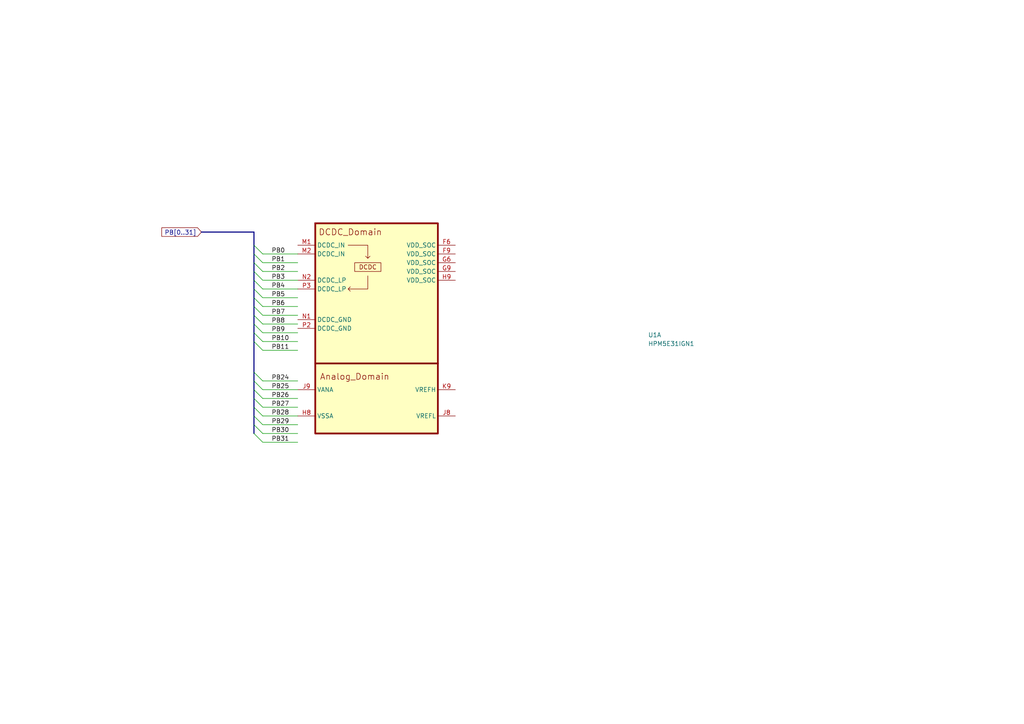
<source format=kicad_sch>
(kicad_sch (version 20250114) (generator "eeschema") (generator_version "9.0")
  (paper "A4")
  (lib_symbols
    (symbol "HPM5E00_Library:HPM5E31IGN1"
      (property "Reference" "U" (at 2.54 1.27 0))
      (property "Value" "HPM5E31IGN1" (at 12.7 1.27 0))
      (symbol "HPM5E31IGN1_1_1"
        (rectangle (start 0 0) (end 35.56 -60.96) (stroke (width 0.508)) (fill (type background)))
        (polyline (pts (xy 0 -40.64) (xy 35.56 -40.64)) (stroke (width 0.508)))
        (polyline (pts (xy 9.525 -6.35) (xy 15.24 -6.35) (xy 15.24 -10.16) (xy 14.605 -9.525) (xy 15.24 -10.16) (xy 15.875 -9.525)))
        (rectangle (start 11.43 -11.43) (end 19.05 -13.97))
        (polyline (pts (xy 15.24 -15.24) (xy 15.24 -19.05) (xy 9.525 -19.05) (xy 10.16 -18.415) (xy 9.525 -19.05) (xy 10.16 -19.685)))
        (text "DCDC_Domain" (at 10.16 -2.54 0) (effects (font (size 1.778 1.778))))
        (text "Analog_Domain" (at 11.43 -44.45 0) (effects (font (size 1.778 1.778))))
        (text "DCDC" (at 15.24 -12.7 0) (effects (font (size 1.27 1.27))))
        (pin power_in line (at -5.08 -6.35 0) (length 5.08) (name "DCDC_IN") (number "M1"))
        (pin power_in line (at -5.08 -8.89 0) (length 5.08) (name "DCDC_IN") (number "M2"))
        (pin power_in line (at -5.08 -16.51 0) (length 5.08) (name "DCDC_LP") (number "N2"))
        (pin power_in line (at -5.08 -19.05 0) (length 5.08) (name "DCDC_LP") (number "P3"))
        (pin power_in line (at -5.08 -27.94 0) (length 5.08) (name "DCDC_GND") (number "N1"))
        (pin power_in line (at -5.08 -30.48 0) (length 5.08) (name "DCDC_GND") (number "P2"))
        (pin power_in line (at -5.08 -48.26 0) (length 5.08) (name "VANA") (number "J9"))
        (pin power_in line (at -5.08 -55.88 0) (length 5.08) (name "VSSA") (number "H8"))
        (pin power_in line (at 40.64 -6.35 180) (length 5.08) (name "VDD_SOC") (number "F6"))
        (pin power_in line (at 40.64 -8.89 180) (length 5.08) (name "VDD_SOC") (number "F9"))
        (pin power_in line (at 40.64 -11.43 180) (length 5.08) (name "VDD_SOC") (number "G6"))
        (pin power_in line (at 40.64 -13.97 180) (length 5.08) (name "VDD_SOC") (number "G9"))
        (pin power_in line (at 40.64 -16.51 180) (length 5.08) (name "VDD_SOC") (number "H9"))
        (pin power_in line (at 40.64 -48.26 180) (length 5.08) (name "VREFH") (number "K9"))
        (pin power_in line (at 40.64 -55.88 180) (length 5.08) (name "VREFL") (number "J8"))
      )
      (symbol "HPM5E31IGN1_2_1"
        (rectangle (start 0 0) (end 35.56 -27.94) (stroke (width 0.508)) (fill (type background)))
        (pin power_in line (at -5.08 -5.08 0) (length 5.08) (name "VSS") (number "A1"))
        (pin power_in line (at -5.08 -7.62 0) (length 5.08) (name "VSS") (number "A14"))
        (pin power_in line (at -5.08 -10.16 0) (length 5.08) (name "VSS") (number "E5"))
        (pin power_in line (at -5.08 -12.7 0) (length 5.08) (name "VSS") (number "E10"))
        (pin power_in line (at -5.08 -15.24 0) (length 5.08) (name "VSS") (number "F7"))
        (pin power_in line (at -5.08 -17.78 0) (length 5.08) (name "VSS") (number "F8"))
        (pin power_in line (at -5.08 -20.32 0) (length 5.08) (name "VSS") (number "G7"))
        (pin power_in line (at -5.08 -22.86 0) (length 5.08) (name "VSS") (number "G8"))
        (pin power_in line (at 40.64 -5.08 180) (length 5.08) (name "VSS") (number "H7"))
        (pin power_in line (at 40.64 -7.62 180) (length 5.08) (name "VSS") (number "J7"))
        (pin power_in line (at 40.64 -10.16 180) (length 5.08) (name "VSS") (number "K5"))
        (pin power_in line (at 40.64 -12.7 180) (length 5.08) (name "VSS") (number "K10"))
        (pin power_in line (at 40.64 -15.24 180) (length 5.08) (name "VSS") (number "N3"))
        (pin power_in line (at 40.64 -17.78 180) (length 5.08) (name "VSS") (number "P1"))
        (pin power_in line (at 40.64 -20.32 180) (length 5.08) (name "VSS") (number "P14"))
      )
      (symbol "HPM5E31IGN1_3_1"
        (rectangle (start 0 0) (end 35.56 -45.72) (stroke (width 0.508)) (fill (type background)))
        (polyline (pts (xy 0 -25.4) (xy 35.56 -25.4)) (stroke (width 0.508)))
        (pin input line (at -5.08 -6.35 0) (length 5.08) (name "XTALI") (number "K14"))
        (pin input line (at -5.08 -16.51 0) (length 5.08) (name "XTALO") (number "K13"))
        (pin input line (at -5.08 -33.02 0) (length 5.08) (name "USB0_VBUS") (number "L12"))
        (pin input line (at 40.64 -6.35 180) (length 5.08) (name "RSTN") (number "M3"))
        (pin input line (at 40.64 -16.51 180) (length 5.08) (name "WKUP") (number "L3"))
        (pin input line (at 40.64 -33.02 180) (length 5.08) (name "USB0_DP") (number "L14"))
        (pin input line (at 40.64 -39.37 180) (length 5.08) (name "USB0_DN") (number "L13"))
      )
      (symbol "HPM5E31IGN1_4_1"
        (rectangle (start 0 0) (end 107.95 -96.52) (stroke (width 0.508)) (fill (type background)))
        (polyline (pts (xy 0 -17.78) (xy 107.95 -17.78)) (stroke (width 0.508)))
        (polyline (pts (xy 0 -46.99) (xy 107.95 -46.99)) (stroke (width 0.508) (type dash)))
        (text "PA00-PA09" (at 27.94 -15.24 0) (effects (font (size 2.54 2.54) (italic yes))))
        (text "PA16-PA31" (at 27.94 -49.53 0) (effects (font (size 2.54 2.54) (italic yes))))
        (pin input line (at -5.08 -3.81 0) (length 5.08) (name "VIO_B01") (number "E6"))
        (pin input line (at -5.08 -6.35 0) (length 5.08) (name "VIO_B01") (number "E7"))
        (pin input line (at -5.08 -8.89 0) (length 5.08) (name "VIO_B01") (number "E8"))
        (pin input line (at -5.08 -11.43 0) (length 5.08) (name "VIO_B01") (number "E9"))
        (pin input line (at -5.08 -13.97 0) (length 5.08) (name "VIO_B01") (number "K6"))
        (pin input line (at -5.08 -21.59 0) (length 5.08) (name "PA00/GPTMR1.COMP0/UART0.TXD/MCAN0.TXD/PWM0.P0/TRGM.P00/SYSCTL.CLK_OBS0") (number "G2"))
        (pin input line (at -5.08 -24.13 0) (length 5.08) (name "PA01/GPTMR1.CAPT0/UART0.RXD/MCAN0.RXD/PWM0.P1/TRGM.P01/SYSCTL.CLK_OBS2") (number "G3"))
        (pin input line (at -5.08 -26.67 0) (length 5.08) (name "PA02/GPTMR1.COMP1/UART0.DE/UART0.RTS/I2C2.SCL/MCAN0.STBY/PWM0.P2/TRGM.P02/SYSCTL.CLK_OBS1") (number "G4"))
        (pin input line (at -5.08 -29.21 0) (length 5.08) (name "PA03/GPTMR1.CAPT1/UART0.CTS/I2C2.SDA/MCAN1.STBY/PWM0.P3/TRGM.P03/SYSCTL.CLK_OBS3") (number "G5"))
        (pin input line (at -5.08 -31.75 0) (length 5.08) (name "PA04/UART1.CTS/SPI1.SCLK/MCAN1.RXD/PWM0.P4/TRGM.P04/JTAG.TDO") (number "F2"))
        (pin input line (at -5.08 -34.29 0) (length 5.08) (name "PA05/GPTMR1.COMP2/UART1.DE/UART1.RTS/SPI1.CS0/MCAN1.TXD/PWM0.P5/TRGM.P05/JTAG.TDI") (number "F3"))
        (pin input line (at -5.08 -36.83 0) (length 5.08) (name "PA06/GPTMR0.CAPT0/UART1.RXD/I2C3.SDA/SPI1.MISO/PWM0.P6/TRGM.P06/JTAG.TCK") (number "F4"))
        (pin input line (at -5.08 -39.37 0) (length 5.08) (name "PA07/GPTMR0.COMP0/UART1.TXD/I2C3.SCL/SPI1.MOSI/PWM0.P7/TRGM.P07/JTAG.TMS") (number "F5"))
        (pin input line (at -5.08 -41.91 0) (length 5.08) (name "PA08/GPTMR0.COMP1/UART2.TXD/I2C0.SCL/MCAN2.TXD/PWM1.P0/TRGM.P08/JTAG.TRST") (number "G1"))
        (pin input line (at -5.08 -44.45 0) (length 5.08) (name "PA09/GPTMR0.CAPT1/UART2.RXD/I2C0.SDA/MCAN2.RXD/ESC0.REFCK/PWM1.P1/TRGM.P09") (number "F1"))
        (pin input line (at -5.08 -53.34 0) (length 5.08) (name "PA16/GPTMR3.COMP0/UART4.TXD/ESC0.P0_RXDV/QEO1.A/SDM0.DAT3/EUI0.CK") (number "L1"))
        (pin input line (at -5.08 -55.88 0) (length 5.08) (name "PA17/GPTMR3.CAPT0/UART4.RXD/ESC0.P0_RXD0/QEO1.B/SDM0.CLK3/EUI0.SH") (number "L2"))
        (pin input line (at -5.08 -58.42 0) (length 5.08) (name "PA18/GPTMR3.COMP1/UART4.DE/UART4.RTS/ESC0.P0_RXD1/QEO1.Z/SDM0.DAT2/EUI0.DI") (number "K1"))
        (pin input line (at -5.08 -60.96 0) (length 5.08) (name "PA19/GPTMR3.CAPT1/UART4.CTS/SPI3.CS3/ESC0.P0_RXD2/SDM0.CLK2/EUI0.DO") (number "K2"))
        (pin input line (at -5.08 -63.5 0) (length 5.08) (name "PA20/UART5.CTS/SPI2.SCLK/ESC0.P0_RXD3/SDM0.DAT1") (number "J1"))
        (pin input line (at -5.08 -66.04 0) (length 5.08) (name "PA21/GPTMR3.COMP2/UART5.DE/UART5.RTS/SPI2.CS0/ESC0.P0_RXCK/QEO0.Z/SDM0.CLK1/OWR0.DAT") (number "J2"))
        (pin input line (at -5.08 -68.58 0) (length 5.08) (name "PA22/GPTMR2.CAPT0/UART5.RXD/SPI2.MISO/ETH0.TXER/QEO0.B/SDM0.DAT0/OWR1.DAT") (number "H1"))
        (pin input line (at -5.08 -71.12 0) (length 5.08) (name "PA23/GPTMR2.COMP0/UART5.TXD/SPI2.MOSI/ESC0.P0_RXER/ETH0.RXER/QEO0.A/SDM0.CLK0") (number "H2"))
        (pin input line (at -5.08 -73.66 0) (length 5.08) (name "PA24/GPTMR2.COMP1/UART6.TXD/SPI3.CS2/ESC0.P0_TXCK") (number "K3"))
        (pin input line (at -5.08 -76.2 0) (length 5.08) (name "PA25/GPTMR2.CAPT1/UART6.RXD/SPI3.CS1/ESC0.P0_TXD0/ESC0.CTR0") (number "K4"))
        (pin input line (at -5.08 -78.74 0) (length 5.08) (name "PA26/GPTMR2.COMP2/UART6.DE/UART6.RTS/SPI3.SCLK/ESC0.P0_TXD1/QEI1.H1/EWDG0.RST") (number "J3"))
        (pin input line (at -5.08 -81.28 0) (length 5.08) (name "PA27/UART6.CTS/SPI3.CS0/ESC0.P0_TXD2/QEI1.F") (number "J4"))
        (pin input line (at -5.08 -83.82 0) (length 5.08) (name "PA28/UART7.CTS/SPI3.MISO/ESC0.P0_TXD3/ESC0.CTR1/QEI1.H0") (number "J5"))
        (pin input line (at -5.08 -86.36 0) (length 5.08) (name "PA29/GPTMR3.COMP3/UART7.DE/UART7.RTS/SPI3.MOSI/ESC0.P0_TXEN/QEI1.Z") (number "H3"))
        (pin input line (at -5.08 -88.9 0) (length 5.08) (name "PA30/UART7.RXD/SPI3.DAT2/ESC0.MDIO/ETH0.MDIO/QEI1.A") (number "H4"))
        (pin input line (at -5.08 -91.44 0) (length 5.08) (name "PA31/GPTMR2.COMP3/UART7.TXD/SPI3.DAT3/ESC0.MDC/ETH0.MDC/QEI1.B") (number "H5"))
      )
      (symbol "HPM5E31IGN1_5_1"
        (rectangle (start 0 0) (end 95.25 -67.31) (stroke (width 0.508)) (fill (type background)))
        (polyline (pts (xy 0 -6.35) (xy 95.25 -6.35)) (stroke (width 0.508)))
        (polyline (pts (xy 0 -39.37) (xy 95.25 -39.37)) (stroke (width 0.508) (type dash)))
        (text "PB00-PB11" (at 26.67 -3.81 0) (effects (font (size 2.54 2.54) (italic yes))))
        (text "PB24-PB31" (at 26.67 -41.91 0) (effects (font (size 2.54 2.54) (italic yes))))
        (pin input line (at -5.08 -8.89 0) (length 5.08) (name "PB00/MCAN0.TXD/ESC0.P0_RXDV/PWM0.P0/TRGM.P00/ETH0.RXDV/QEO1.A") (number "E1"))
        (pin input line (at -5.08 -11.43 0) (length 5.08) (name "PB01/MCAN0.RXD/ESC0.P0_RXD0/PWM0.P1/TRGM.P01/ETH0.RXD0/QEO1.B") (number "E2"))
        (pin input line (at -5.08 -13.97 0) (length 5.08) (name "PB02/I2C2.SCL/MCAN0.STBY/ESC0.P0_RXD1/PWM0.P2/TRGM.P02/ETH0.RXD1/QEI0.H1/QEO1.Z") (number "D1"))
        (pin input line (at -5.08 -16.51 0) (length 5.08) (name "PB03/I2C2.SDA/MCAN1.STBY/ESC0.P0_RXD2/PWM0.P3/TRGM.P03/ETH0.RXD2/QEI0.F") (number "D2"))
        (pin input line (at -5.08 -19.05 0) (length 5.08) (name "PB04/MCAN1.RXD/ESC0.P0_RXD3/PWM0.P4/TRGM.P04/ETH0.RXD3/QEI0.H0") (number "C1"))
        (pin input line (at -5.08 -21.59 0) (length 5.08) (name "PB05/MCAN1.TXD/ESC0.P0_RXCK/PWM0.P5/TRGM.P05/ETH0.RXCK/QEI0.Z/QEO0.Z") (number "C2"))
        (pin input line (at -5.08 -24.13 0) (length 5.08) (name "PB06/I2C3.SDA/ESC0.P0_TXCK/PWM0.P6/TRGM.P06/ETH0.TXCK/QEI0.B/QEO0.B") (number "E3"))
        (pin input line (at -5.08 -26.67 0) (length 5.08) (name "PB07/I2C3.SCL/ESC0.P0_TXD0/PWM0.P7/TRGM.P07/ETH0.TXD0/QEI0.A/QEO0.A") (number "E4"))
        (pin input line (at -5.08 -29.21 0) (length 5.08) (name "PB08/I2C0.SCL/MCAN2.TXD/ESC0.P0_TXD1/PWM1.P0/TRGM.P08/ETH0.TXD1") (number "D3"))
        (pin input line (at -5.08 -31.75 0) (length 5.08) (name "PB09/I2C0.SDA/MCAN2.RXD/ESC0.P0_TXD2/PWM1.P1/TRGM.P09/ETH0.TXD2") (number "D4"))
        (pin input line (at -5.08 -34.29 0) (length 5.08) (name "PB10/MCAN2.STBY/ESC0.P0_TXD3/PWM1.P2/TRGM.P10/ETH0.TXD3") (number "C3"))
        (pin input line (at -5.08 -36.83 0) (length 5.08) (name "PB11/ESC0.P0_TXEN/PWM1.P3/TRGM.P11/ETH0.TXEN") (number "C4"))
        (pin input line (at -5.08 -45.72 0) (length 5.08) (name "PB24/ESC0.CTR4/XPI0.CA_CS1/SDM0.CLK3/ETH0.EVTI0/ESC0.EVTI0") (number "A2"))
        (pin input line (at -5.08 -48.26 0) (length 5.08) (name "PB25/ESC0.CTR5/XPI0.CA_DQS/SDM0.DAT3/ETH0.EVTO0/ESC0.EVTO0") (number "B1"))
        (pin input line (at -5.08 -50.8 0) (length 5.08) (name "PB26/ESC0.CTR6/XPI0.CA_D2/QEI1.H1/SDM0.CLK2/ETH0.EVTI1/EUI1.CK/ESC0.EVTI1") (number "A3"))
        (pin input line (at -5.08 -53.34 0) (length 5.08) (name "PB27/ESC0.CTR7/XPI0.CA_D0/QEI1.F/SDM0.DAT2/EUI1.SH") (number "B2"))
        (pin input line (at -5.08 -55.88 0) (length 5.08) (name "PB28/ESC0.CTR8/XPI0.CA_D1/QEI1.H0/SDM0.CLK1/EUI1.DI") (number "A4"))
        (pin input line (at -5.08 -58.42 0) (length 5.08) (name "PB29/XPI0.CA_SCLK/QEI1.Z/SDM0.DAT1/ETH0.EVTO1/EUI1.DO/ESC0.EVTO1") (number "B3"))
        (pin input line (at -5.08 -60.96 0) (length 5.08) (name "PB30/ESC0.CTR7/XPI0.CA_CS0/QEI1.A/SDM0.CLK0") (number "A5"))
        (pin input line (at -5.08 -63.5 0) (length 5.08) (name "PB31/ESC0.CTR8/XPI0.CA_D3/QEI1.B/SDM0.DAT0") (number "B4"))
      )
      (symbol "HPM5E31IGN1_6_1"
        (rectangle (start 0 0) (end 187.96 -93.98) (stroke (width 0.508)) (fill (type background)))
        (polyline (pts (xy 0 -6.35) (xy 187.96 -6.35)) (stroke (width 0.508)))
        (text "PC00-PC31" (at 22.86 -3.81 0) (effects (font (size 2.54 2.54) (italic yes))))
        (pin input line (at -5.08 -10.16 0) (length 5.08) (name "PC00/GPTMR1.COMP0/UART0.TXD/MCAN0.TXD/ESC0.GPI63/ESC0.GPO00/PPI0.DQ24/XPI0.CB_CS0/PWM0.P0/TRGM.P00/ESC0.GPI15/OWR0.DAT") (number "B5"))
        (pin input line (at -5.08 -12.7 0) (length 5.08) (name "PC01/GPTMR1.CAPT0/UART0.RXD/MCAN0.RXD/ESC0.GPI62/ESC0.GPO01/PPI0.DQ25/XPI0.CB_D1/PWM0.P1/TRGM.P01/ESC0.GPI14/OWR1.DAT") (number "A6"))
        (pin input line (at -5.08 -15.24 0) (length 5.08) (name "PC02/GPTMR1.COMP1/UART0.DE/UART0.RTS/I2C2.SCL/MCAN0.STBY/ESC0.GPI61/ESC0.GPO02/PPI0.DQ22/XPI0.CB_D2/PWM0.P2/TRGM.P02/ESC0.GPI13/QEI0.H1") (number "B6"))
        (pin input line (at -5.08 -17.78 0) (length 5.08) (name "PC03/GPTMR1.CAPT1/UART0.CTS/I2C2.SDA/SPI1.CS3/MCAN1.STBY/ESC0.GPI60/ESC0.GPO03/PPI0.DQ26/XPI0.CB_D3/PWM0.P3/TRGM.P03/ESC0.GPI12/QEI0.F") (number "A7"))
        (pin input line (at -5.08 -20.32 0) (length 5.08) (name "PC04/UART1.CTS/SPI0.SCLK/MCAN1.RXD/ESC0.GPI59/ESC0.GPO04/PPI0.DQ27/XPI0.CB_SCLK/PWM0.P4/TRGM.P04/ESC0.GPI11/QEI0.H0") (number "B7"))
        (pin input line (at -5.08 -22.86 0) (length 5.08) (name "PC05/GPTMR1.COMP2/UART1.DE/UART1.RTS/SPI0.CS0/MCAN1.TXD/ESC0.GPI58/ESC0.GPO05/PPI0.DQ28/XPI0.CA_CS0/PWM0.P5/TRGM.P05/ESC0.GPI10/QEI0.Z/QEO0.Z") (number "A8"))
        (pin input line (at -5.08 -25.4 0) (length 5.08) (name "PC06/GPTMR0.CAPT0/UART1.RXD/I2C3.SDA/SPI0.MISO/ESC0.GPI57/ESC0.GPO06/PPI0.DQ29/XPI0.CA_D1/PWM0.P6/TRGM.P06/ESC0.GPI09/QEI0.B/QEO0.B") (number "B8"))
        (pin input line (at -5.08 -27.94 0) (length 5.08) (name "PC07/GPTMR0.COMP0/UART1.TXD/I2C3.SCL/SPI0.MOSI/ESC0.GPI56/ESC0.GPO07/PPI0.DQ30/XPI0.CA_D3/PWM0.P7/TRGM.P07/ESC0.GPI08/QEI0.A/QEO0.A") (number "A9"))
        (pin input line (at -5.08 -30.48 0) (length 5.08) (name "PC08/GPTMR0.COMP1/UART2.TXD/I2C0.SCL/SPI1.CS2/MCAN2.TXD/ESC0.GPI55/ESC0.GPO08/PPI0.DQ31/XPI0.CA_SCLK/PWM1.P0/TRGM.P08/ESC0.GPI07") (number "B9"))
        (pin input line (at -5.08 -33.02 0) (length 5.08) (name "PC09/GPTMR0.CAPT1/UART2.RXD/I2C0.SDA/SPI1.CS1/MCAN2.RXD/ESC0.GPI54/ESC0.GPO09/PPI0.DQ23/XPI0.CB_CS1/PWM1.P1/TRGM.P09/ESC0.GPI06/QEI1.H1/ESC0.CTR0") (number "C5"))
        (pin input line (at -5.08 -35.56 0) (length 5.08) (name "PC10/GPTMR0.COMP2/UART2.DE/UART2.RTS/SPI1.SCLK/MCAN2.STBY/ESC0.GPI53/ESC0.GPO10/PPI0.DQ20/XPI0.CB_D0/PWM1.P2/TRGM.P10/ESC0.GPI05/QEI1.F/ESC0.CTR1") (number "D5"))
        (pin input line (at -5.08 -38.1 0) (length 5.08) (name "PC11/UART2.CTS/SPI1.CS0/ESC0.GPI52/ESC0.GPO11/PPI0.DQ21/XPI0.CB_DQS/PWM1.P3/TRGM.P11/ESC0.GPI04/QEI1.H0/ESC0.CTR2") (number "C6"))
        (pin input line (at -5.08 -40.64 0) (length 5.08) (name "PC12/UART3.CTS/I2C1.SDA/SPI1.MISO/ESC0.GPI51/ESC0.GPO12/PPI0.DM2/XPI0.CA_D2/PWM1.P4/TRGM.P12/ESC0.GPI03/QEI1.Z/QEO1.Z/ESC0.CTR3") (number "D6"))
        (pin input line (at -5.08 -43.18 0) (length 5.08) (name "PC13/GPTMR1.COMP3/UART3.DE/UART3.RTS/I2C1.SCL/SPI1.MOSI/MCAN3.STBY/ESC0.GPI50/ESC0.GPO13/PPI0.DQ18/XPI0.CA_CS1/PWM1.P5/TRGM.P13/ESC0.GPI02/QEI1.A/QEO1.A/ESC0.CTR4") (number "C7"))
        (pin input line (at -5.08 -45.72 0) (length 5.08) (name "PC14/UART3.RXD/SPI1.DAT2/MCAN3.RXD/ESC0.GPI49/ESC0.GPO14/PPI0.DQ19/PWM1.P6/TRGM.P14/ESC0.GPI01/QEI1.B/QEO1.B/ESC0.CTR5") (number "D7"))
        (pin input line (at -5.08 -48.26 0) (length 5.08) (name "PC15/GPTMR0.COMP3/UART3.TXD/SPI1.DAT3/MCAN3.TXD/ESC0.GPI48/ESC0.GPO15/PPI0.DM3/XPI0.CA_D0/PWM1.P7/TRGM.P15/ESC0.GPI00/ESC0.CTR6") (number "C8"))
        (pin input line (at -5.08 -50.8 0) (length 5.08) (name "PC16/GPTMR3.COMP0/UART4.TXD/ESC0.GPI47/ESC0.GPO16/PPI0.DQ16/XPI0.CA_DQS/ESC0.CTR7") (number "D8"))
        (pin input line (at -5.08 -53.34 0) (length 5.08) (name "PC17/GPTMR3.CAPT0/UART4.RXD/ESC0.GPI46/ESC0.GPO17/PPI0.DQ17/ESC0.CTR8") (number "C9"))
        (pin input line (at -5.08 -55.88 0) (length 5.08) (name "PC18/GPTMR3.COMP1/UART4.DE/UART4.RTS/ESC0.GPI45/ESC0.GPO18/PPI0.DQ04/ESC0.CTR0") (number "A10"))
        (pin input line (at -5.08 -58.42 0) (length 5.08) (name "PC19/GPTMR3.CAPT1/UART4.CTS/SPI2.CS3/ESC0.GPI44/ESC0.GPO19/PPI0.DQ05/ESC0.CTR1") (number "B10"))
        (pin input line (at -5.08 -60.96 0) (length 5.08) (name "PC20/UART5.CTS/SPI3.SCLK/ESC0.GPI43/ESC0.GPO20/PPI0.DQ06/ESC0.CTR2") (number "A11"))
        (pin input line (at -5.08 -63.5 0) (length 5.08) (name "PC21/GPTMR3.COMP2/UART5.DE/UART5.RTS/SPI3.CS0/ESC0.GPI42/ESC0.GPO21/PPI0.DQ07/ESC0.CTR3/QEO1.Z") (number "B11"))
        (pin input line (at -5.08 -66.04 0) (length 5.08) (name "PC22/GPTMR2.CAPT0/UART5.RXD/SPI3.MISO/ESC0.GPI41/ESC0.GPO22/PPI0.CTR2/QEO1.B") (number "A12"))
        (pin input line (at -5.08 -68.58 0) (length 5.08) (name "PC23/GPTMR2.COMP0/UART5.TXD/SPI3.MOSI/ESC0.GPI40/ESC0.GPO23/PPI0.DQ08/QEO1.A") (number "A13"))
        (pin input line (at -5.08 -71.12 0) (length 5.08) (name "PC24/GPTMR2.COMP1/UART6.TXD/SPI2.CS2/ESC0.GPI39/ESC0.GPO24/PPI0.DQ09") (number "B14"))
        (pin input line (at -5.08 -73.66 0) (length 5.08) (name "PC25/GPTMR2.CAPT1/UART6.RXD/SPI2.CS1/ESC0.GPI38/ESC0.GPO25/PPI0.DQ11") (number "C14"))
        (pin input line (at -5.08 -76.2 0) (length 5.08) (name "PC26/GPTMR2.COMP2/UART6.DE/UART6.RTS/SPI2.SCLK/ESC0.GPI37/ESC0.GPO26/PPI0.DQ12/QEI1.H1") (number "D14"))
        (pin input line (at -5.08 -78.74 0) (length 5.08) (name "PC27/UART6.CTS/SPI2.CS0/ESC0.GPI36/ESC0.GPO27/PPI0.CTR0/ESC0.CTR4/QEI1.F") (number "D13"))
        (pin input line (at -5.08 -81.28 0) (length 5.08) (name "PC28/UART7.CTS/SPI2.MISO/ESC0.GPI35/ESC0.GPO28/PPI0.DM0/ESC0.CTR5/QEI1.H0") (number "E14"))
        (pin input line (at -5.08 -83.82 0) (length 5.08) (name "PC29/GPTMR3.COMP3/UART7.DE/UART7.RTS/SPI2.MOSI/ESC0.GPI34/ESC0.GPO29/PPI0.CLK/ESC0.CTR6/QEI1.Z/SOC.REF0") (number "E13"))
        (pin input line (at -5.08 -86.36 0) (length 5.08) (name "PC30/UART7.RXD/SPI2.DAT2/ESC0.GPI33/ESC0.GPO30/PPI0.CS0/ESC0.CTR7/QEI1.A/SOC.REF1") (number "F14"))
        (pin input line (at -5.08 -88.9 0) (length 5.08) (name "PC31/GPTMR2.COMP3/UART7.TXD/SPI2.DAT3/ESC0.GPI32/ESC0.GPO31/PPI0.CS1/ESC0.CTR8/QEI1.B") (number "F13"))
      )
      (symbol "HPM5E31IGN1_7_1"
        (rectangle (start 0 0) (end 130.81 -92.71) (stroke (width 0.508)) (fill (type background)))
        (polyline (pts (xy 0 -5.08) (xy 130.81 -5.08)) (stroke (width 0.508)))
        (text "PD00-PD31" (at 22.86 -2.54 0) (effects (font (size 2.54 2.54) (italic yes))))
        (pin input line (at -5.08 -8.89 0) (length 5.08) (name "PD00/MCAN0.TXD/ESC0.GPI31/ESC0.GPO32/PPI0.DQ02/PWM0.P0/TRGM.P00/ESC0.REFCK/ESC0.CTR0") (number "D9"))
        (pin input line (at -5.08 -11.43 0) (length 5.08) (name "PD01/MCAN0.RXD/ESC0.GPI30/ESC0.GPO33/PPI0.DQ03/PWM0.P1/TRGM.P01/ESC0.REFCK/ESC0.CTR1") (number "C10"))
        (pin input line (at -5.08 -13.97 0) (length 5.08) (name "PD02/I2C2.SCL/MCAN0.STBY/ESC0.GPI29/ESC0.GPO34/PPI0.DQ00/PWM0.P2/TRGM.P02/ESC0.SCL/QEI0.H1/EWDG1.RST/ESC0.CTR2") (number "D10"))
        (pin input line (at -5.08 -16.51 0) (length 5.08) (name "PD03/I2C2.SDA/MCAN1.STBY/ESC0.GPI28/ESC0.GPO35/PPI0.DQ01/PWM0.P3/TRGM.P03/ESC0.SDA/QEI0.F/ESC0.CTR3") (number "C11"))
        (pin input line (at -5.08 -19.05 0) (length 5.08) (name "PD04/MCAN1.RXD/ESC0.GPI27/ESC0.GPO36/PPI0.DQ10/PWM0.P4/TRGM.P04/QEI0.H0/ESC0.CTR4") (number "D11"))
        (pin input line (at -5.08 -21.59 0) (length 5.08) (name "PD05/MCAN1.TXD/ESC0.GPI26/ESC0.GPO37/PPI0.DQ13/PWM0.P5/TRGM.P05/QEI0.Z/QEO0.Z/ESC0.CTR5") (number "B12"))
        (pin input line (at -5.08 -24.13 0) (length 5.08) (name "PD06/I2C3.SDA/ESC0.GPI25/ESC0.GPO38/PPI0.DQ14/PWM0.P6/TRGM.P06/QEI0.B/QEO0.B/ESC0.CTR6") (number "C12"))
        (pin input line (at -5.08 -26.67 0) (length 5.08) (name "PD07/I2C3.SCL/ESC0.GPI24/ESC0.GPO39/PPI0.CTR3/PWM0.P7/TRGM.P07/QEI0.A/QEO0.A/ESC0.CTR7") (number "B13"))
        (pin input line (at -5.08 -29.21 0) (length 5.08) (name "PD08/I2C0.SCL/MCAN2.TXD/ESC0.GPI23/ESC0.GPO40/PPI0.CS3/PWM1.P0/TRGM.P08/ESC0.SCL/ESC0.CTR8") (number "C13"))
        (pin input line (at -5.08 -31.75 0) (length 5.08) (name "PD09/I2C0.SDA/MCAN2.RXD/ESC0.GPI22/ESC0.GPO41/PWM1.P1/TRGM.P09/ESC0.SDA") (number "D12"))
        (pin input line (at -5.08 -34.29 0) (length 5.08) (name "PD10/MCAN2.STBY/ESC0.GPI21/ESC0.GPO42/PPI0.CTR1/PWM1.P2/TRGM.P10") (number "E12"))
        (pin input line (at -5.08 -36.83 0) (length 5.08) (name "PD11/ESC0.GPI20/ESC0.GPO43/PPI0.CS2/PWM1.P3/TRGM.P11") (number "E11"))
        (pin input line (at -5.08 -39.37 0) (length 5.08) (name "PD12/I2C1.SDA/ESC0.GPI19/ESC0.GPO44/PPI0.DQ15/PWM1.P4/TRGM.P12") (number "F12"))
        (pin input line (at -5.08 -41.91 0) (length 5.08) (name "PD13/I2C1.SCL/MCAN3.STBY/ESC0.GPI18/ESC0.GPO45/PPI0.DM1/PWM1.P5/TRGM.P13") (number "F11"))
        (pin input line (at -5.08 -44.45 0) (length 5.08) (name "PD14/MCAN3.RXD/ESC0.GPI17/ESC0.GPO46/PPI0.DQ08/PWM1.P6/TRGM.P14/ESC0.REFCK/SYSCTL.CLK_OBS3") (number "G14"))
        (pin input line (at -5.08 -46.99 0) (length 5.08) (name "PD15/MCAN3.TXD/ESC0.GPI16/ESC0.GPO47/PPI0.DM1/PWM1.P7/TRGM.P15/ESC0.REFCK/SYSCTL.CLK_OBS2") (number "G13"))
        (pin input line (at -5.08 -49.53 0) (length 5.08) (name "PD16/ESC0.GPI15/ESC0.GPO48/PPI0.DQ10/ESC0.GPO00/SYSCTL.CLK_OBS0/ESC0.P2_RXDV") (number "G12"))
        (pin input line (at -5.08 -52.07 0) (length 5.08) (name "PD17/ESC0.GPI14/ESC0.GPO49/PPI0.DQ09/ESC0.GPO01/SYSCTL.CLK_OBS1/ESC0.P2_RXD0") (number "H14"))
        (pin input line (at -5.08 -54.61 0) (length 5.08) (name "PD18/ESC0.GPI13/ESC0.GPO50/PPI0.DQ12/ESC0.GPO02/ESC0.P2_RXD1") (number "H13"))
        (pin input line (at -5.08 -57.15 0) (length 5.08) (name "PD19/ESC0.GPI12/ESC0.GPO51/PPI0.DQ11/ESC0.GPO03/ESC0.P2_RXD2") (number "H12"))
        (pin input line (at -5.08 -59.69 0) (length 5.08) (name "PD20/ESC0.GPI11/ESC0.GPO52/PPI0.DQ14/ESC0.GPO04/ESC0.P2_RXD3") (number "J14"))
        (pin input line (at -5.08 -62.23 0) (length 5.08) (name "PD21/ESC0.GPI10/ESC0.GPO53/PPI0.DQ13/ESC0.GPO05/QEO1.Z/ESC0.P2_RXCK") (number "J13"))
        (pin input line (at -5.08 -64.77 0) (length 5.08) (name "PD22/ESC0.GPI09/ESC0.GPO54/PPI0.DQ15/ESC0.GPO06/QEO1.B/ESC0.P2_RXER") (number "J12"))
        (pin input line (at -5.08 -67.31 0) (length 5.08) (name "PD23/ESC0.GPI08/ESC0.GPO55/PPI0.DM0/ESC0.GPO07/QEO1.A/ESC0.P2_TXCK") (number "F10"))
        (pin input line (at -5.08 -69.85 0) (length 5.08) (name "PD24/ESC0.GPI07/ESC0.GPO56/PPI0.DQ06/ESC0.GPO08/SDM0.DAT3/ESC0.P2_TXD0") (number "G11"))
        (pin input line (at -5.08 -72.39 0) (length 5.08) (name "PD25/ESC0.GPI06/ESC0.GPO57/PPI0.DQ07/ESC0.GPO09/SDM0.CLK3/OWR0.DAT/ESC0.P2_TXD1") (number "G10"))
        (pin input line (at -5.08 -74.93 0) (length 5.08) (name "PD26/ESC0.GPI05/ESC0.GPO58/PPI0.DQ05/ESC0.GPO10/QEI1.H1/SDM0.CLK2/OWR1.DAT/ESC0.P2_TXD2") (number "H11"))
        (pin input line (at -5.08 -77.47 0) (length 5.08) (name "PD27/ESC0.GPI04/ESC0.GPO59/PPI0.DQ04/ESC0.GPO11/QEI1.F/SDM0.DAT2/ESC0.P2_TXD3") (number "H10"))
        (pin input line (at -5.08 -80.01 0) (length 5.08) (name "PD28/ESC0.GPI03/ESC0.GPO60/PPI0.DQ03/ESC0.GPO12/QEI1.H0/SDM0.CLK1/ESC0.P2_TXEN") (number "J11"))
        (pin input line (at -5.08 -82.55 0) (length 5.08) (name "PD29/ESC0.GPI02/ESC0.GPO61/PPI0.DQ02/ESC0.GPO13/QEI1.Z/SDM0.DAT1/ESC0.REFCK") (number "J10"))
        (pin input line (at -5.08 -85.09 0) (length 5.08) (name "PD30/ESC0.GPI01/ESC0.GPO62/PPI0.DQ01/ESC0.GPO14/QEI1.A/SDM0.CLK0/ESC0.MDIO") (number "K12"))
        (pin input line (at -5.08 -87.63 0) (length 5.08) (name "PD31/ESC0.GPI00/ESC0.GPO63/PPI0.DQ00/ESC0.GPO15/QEI1.B/SDM0.DAT0/ESC0.MDC") (number "K11"))
      )
      (symbol "HPM5E31IGN1_8_1"
        (rectangle (start 0 0) (end 133.35 -25.4) (stroke (width 0.508)) (fill (type background)))
        (polyline (pts (xy 0 -5.08) (xy 133.35 -5.08)) (stroke (width 0.508)))
        (text "PE00-PE05" (at 22.86 -2.54 0) (effects (font (size 2.54 2.54) (italic yes))))
        (pin input line (at -5.08 -8.89 0) (length 5.08) (name "PE00/GPTMR1.COMP0/UART0.TXD/MCAN0.TXD/ESC0.CTR4/PPI0.CTR4/PWM0.P0/TRGM.P00/QEO1.A/USB0.ID/ETH0.EVTO1/ESC0.EVTO1") (number "M14"))
        (pin input line (at -5.08 -11.43 0) (length 5.08) (name "PE01/GPTMR1.CAPT0/UART0.RXD/MCAN0.RXD/ESC0.CTR5/PPI0.CTR5/PWM0.P1/TRGM.P01/QEO1.B/USB0.PWR") (number "M13"))
        (pin input line (at -5.08 -13.97 0) (length 5.08) (name "PE02/GPTMR1.COMP1/UART0.DE/UART0.RTS/I2C2.SCL/MCAN0.STBY/ESC0.CTR6/PPI0.CTR6/PWM0.P2/TRGM.P02/QEO1.Z") (number "M12"))
        (pin input line (at -5.08 -16.51 0) (length 5.08) (name "PE03/GPTMR1.CAPT1/UART0.CTS/I2C2.SDA/MCAN1.STBY/ESC0.CTR1/PPI0.CTR7/PWM0.P3/TRGM.P03/USB0.OC") (number "N14"))
        (pin input line (at -5.08 -19.05 0) (length 5.08) (name "PE04/UART1.CTS/MCAN1.RXD/ESC0.CTR2/PWM0.P4/TRGM.P04/ETH0.COL/ETH0.EVTI1/ESC0.EVTI1") (number "N13"))
        (pin input line (at -5.08 -21.59 0) (length 5.08) (name "PE05/GPTMR1.COMP2/UART1.DE/UART1.RTS/MCAN1.TXD/ESC0.CTR3/PWM0.P5/TRGM.P05/ETH0.CRS") (number "P13"))
      )
      (symbol "HPM5E31IGN1_9_1"
        (rectangle (start 0 0) (end 111.76 -91.44) (stroke (width 0.508)) (fill (type background)))
        (polyline (pts (xy 0 -5.08) (xy 111.76 -5.08)) (stroke (width 0.508)))
        (text "PF00-PF31" (at 22.86 -2.54 0) (effects (font (size 2.54 2.54) (italic yes))))
        (pin input line (at -5.08 -8.89 0) (length 5.08) (name "PF00/MCAN0.TXD/ESC0.MDC/PWM0.P0/TRGM.P00/ETH0.MDC/QEO1.A") (number "N10"))
        (pin input line (at -5.08 -11.43 0) (length 5.08) (name "PF01/MCAN0.RXD/ESC0.MDIO/PWM0.P1/TRGM.P01/ETH0.MDIO/QEO1.B") (number "L10"))
        (pin input line (at -5.08 -13.97 0) (length 5.08) (name "PF02/I2C2.SCL/MCAN0.STBY/ESC0.P1_TXCK/PWM0.P2/TRGM.P02/ETH0.TXCK/QEI0.H1/QEO1.Z/EUI0.CK") (number "P11"))
        (pin input line (at -5.08 -16.51 0) (length 5.08) (name "PF03/I2C2.SDA/MCAN1.STBY/ESC0.P1_TXD0/PWM0.P3/TRGM.P03/ETH0.TXD0/QEI0.F/EUI0.SH") (number "M9"))
        (pin input line (at -5.08 -19.05 0) (length 5.08) (name "PF04/MCAN1.RXD/ESC0.P1_TXD1/PWM0.P4/TRGM.P04/ETH0.TXD1/QEI0.H0/EUI0.DI") (number "M8"))
        (pin input line (at -5.08 -21.59 0) (length 5.08) (name "PF05/MCAN1.TXD/ESC0.P1_TXD2/PWM0.P5/TRGM.P05/ETH0.TXD2/QEI0.Z/QEO0.Z/EUI0.DO") (number "L8"))
        (pin input line (at -5.08 -24.13 0) (length 5.08) (name "PF06/I2C3.SDA/ESC0.P1_TXD3/PWM0.P6/TRGM.P06/ETH0.TXD3/QEI0.B/QEO0.B") (number "P12"))
        (pin input line (at -5.08 -26.67 0) (length 5.08) (name "PF07/I2C3.SCL/ESC0.P1_TXEN/PWM0.P7/TRGM.P07/ETH0.TXEN/QEI0.A/QEO0.A") (number "M11"))
        (pin input line (at -5.08 -29.21 0) (length 5.08) (name "PF08/I2C0.SCL/MCAN2.TXD/ESC0.P1_RXDV/PWM1.P0/TRGM.P08/ETH0.RXDV/EUI1.CK") (number "L11"))
        (pin input line (at -5.08 -31.75 0) (length 5.08) (name "PF09/I2C0.SDA/MCAN2.RXD/ESC0.P1_RXD0/PWM1.P1/TRGM.P09/ETH0.RXD0/EUI1.SH") (number "M10"))
        (pin input line (at -5.08 -34.29 0) (length 5.08) (name "PF10/MCAN2.STBY/ESC0.P1_RXD1/PWM1.P2/TRGM.P10/ETH0.RXD1/EUI1.DI") (number "P10"))
        (pin input line (at -5.08 -36.83 0) (length 5.08) (name "PF11/ESC0.P1_RXD2/PWM1.P3/TRGM.P11/ETH0.RXD2/EUI1.DO") (number "L9"))
        (pin input line (at -5.08 -39.37 0) (length 5.08) (name "PF12/I2C1.SDA/ESC0.P1_RXD3/PWM1.P4/TRGM.P12/ETH0.RXD3/OWR0.DAT") (number "N11"))
        (pin input line (at -5.08 -41.91 0) (length 5.08) (name "PF13/I2C1.SCL/MCAN3.STBY/ESC0.P1_RXCK/PWM1.P5/TRGM.P13/ETH0.RXCK/OWR1.DAT") (number "N12"))
        (pin input line (at -5.08 -44.45 0) (length 5.08) (name "PF14/MCAN3.RXD/ESC0.P1_RXER/PWM1.P6/TRGM.P14/ETH0.RXER") (number "N9"))
        (pin input line (at -5.08 -46.99 0) (length 5.08) (name "PF15/MCAN3.TXD/PWM1.P7/TRGM.P15/ETH0.TXER") (number "P9"))
        (pin input line (at -5.08 -49.53 0) (length 5.08) (name "PF16/SDM0.DAT0/ADC0.IN08/ADC1.IN08/ACMP0_CH0.INN7") (number "N7"))
        (pin input line (at -5.08 -52.07 0) (length 5.08) (name "PF17/SDM0.CLK0/ADC0.IN12/ADC1.IN12/ACMP0_CH1.INN7") (number "P7"))
        (pin input line (at -5.08 -54.61 0) (length 5.08) (name "PF18/SDM0.DAT1/USB0.PWR/ETH0.EVTO0/ESC0.EVTO0/ADC0.IN11/ADC1.IN11/ACMP0_CH1.INP7") (number "P8"))
        (pin input line (at -5.08 -57.15 0) (length 5.08) (name "PF19/SDM0.CLK1/USB0.PWR/ADC0.IN13/ADC1.IN13/ACMP0_CH0.INP7") (number "M5"))
        (pin input line (at -5.08 -59.69 0) (length 5.08) (name "PF20/SDM0.DAT3/USB0.OC/ETH0.EVTO1/ESC0.EVTO1/ADC0.IN03/ADC1.IN03/ACMP0_CH0.INP4/ACMP0_CH1.INP4") (number "N6"))
        (pin input line (at -5.08 -62.23 0) (length 5.08) (name "PF21/SDM0.DAT2/USB0.ID/ETH0.EVTI0/ESC0.EVTI0/ADC0.IN02/ADC1.IN02/ACMP0_CH0.INN4/ACMP0_CH1.INN4") (number "L6"))
        (pin input line (at -5.08 -64.77 0) (length 5.08) (name "PF22/SDM0.CLK2/USB0.ID/ETH0.EVTI1/ESC0.EVTI1/ADC0.IN14/ADC1.IN14/ACMP0_CH0.INN5/ACMP0_CH1.INN5") (number "N8"))
        (pin input line (at -5.08 -67.31 0) (length 5.08) (name "PF23/SDM0.CLK3/USB0.OC/ADC0.IN15/ADC1.IN15/ACMP0_CH0.INN3/ACMP0_CH1.INN3") (number "L5"))
        (pin input line (at -5.08 -69.85 0) (length 5.08) (name "PF24/SDM0.DAT0/ADC0.IN10/ADC1.IN10/ACMP0_CH0.INP5/ACMP0_CH1.INP5") (number "M6"))
        (pin input line (at -5.08 -72.39 0) (length 5.08) (name "PF25/SDM0.CLK0/ADC0.IN09/ADC1.IN09/ACMP0_CH0.INP3/ACMP0_CH1.INP3") (number "L7"))
        (pin input line (at -5.08 -74.93 0) (length 5.08) (name "PF26/SDM0.DAT1/ADC0.IN01/ADC1.IN01/ACMP0_CH0.INN6/ACMP0_CH1.INN6") (number "P6"))
        (pin input line (at -5.08 -77.47 0) (length 5.08) (name "PF27/SDM0.CLK1/ADC0.IN00/ADC1.IN00/ACMP0_CH0.INP6/ACMP0_CH1.INP6") (number "M7"))
        (pin input line (at -5.08 -80.01 0) (length 5.08) (name "PF28/SDM0.DAT3/ADC0.IN05/ADC1.IN05/ACMP0_CH0.INN2/ACMP0_CH1.INN2") (number "P5"))
        (pin input line (at -5.08 -82.55 0) (length 5.08) (name "PF29/SDM0.DAT2/ADC0.IN04/ADC1.IN04/ACMP0_CH0.INP2/ACMP0_CH1.INP2") (number "M4"))
        (pin input line (at -5.08 -85.09 0) (length 5.08) (name "PF30/SDM0.CLK2/ADC0.IN06/ADC1.IN06/ACMP0_CH0.INN1/ACMP0_CH1.INN1") (number "L4"))
        (pin input line (at -5.08 -87.63 0) (length 5.08) (name "PF31/SDM0.CLK3/ADC0.IN07/ADC1.IN07/ACMP0_CH0.INP1/ACMP0_CH1.INP1") (number "N5"))
      )
      (symbol "HPM5E31IGN1_10_1"
        (rectangle (start 0 0) (end 35.56 -19.05) (stroke (width 0.508)) (fill (type background)))
        (pin input line (at -5.08 -5.08 0) (length 5.08) (name "VPMC") (number "N4"))
        (pin input line (at -5.08 -8.89 0) (length 5.08) (name "VPMC") (number "P4"))
        (pin input line (at 40.64 -3.81 180) (length 5.08) (name "VDD_PMCCAP") (number "K7"))
        (pin input line (at 40.64 -7.62 180) (length 5.08) (name "VDD_OTPCAP") (number "K8"))
        (pin input line (at 40.64 -11.43 180) (length 5.08) (name "VDD_PHY0CAP") (number "J6"))
        (pin input line (at 40.64 -15.24 180) (length 5.08) (name "VDD_PHY1CAP") (number "H6"))
      )
    )
  )
  (bus_entry (at 73.66 91.44) (size 2.54 2.54))
  (bus_entry (at 73.66 76.2) (size 2.54 2.54))
  (bus_entry (at 73.66 73.66) (size 2.54 2.54))
  (bus_entry (at 73.66 118.11) (size 2.54 2.54))
  (bus_entry (at 73.66 96.52) (size 2.54 2.54))
  (bus_entry (at 73.66 107.95) (size 2.54 2.54))
  (bus_entry (at 73.66 123.19) (size 2.54 2.54))
  (bus_entry (at 73.66 93.98) (size 2.54 2.54))
  (bus_entry (at 73.66 88.9) (size 2.54 2.54))
  (bus_entry (at 73.66 115.57) (size 2.54 2.54))
  (bus_entry (at 73.66 120.65) (size 2.54 2.54))
  (bus_entry (at 73.66 81.28) (size 2.54 2.54))
  (bus_entry (at 73.66 99.06) (size 2.54 2.54))
  (bus_entry (at 73.66 113.03) (size 2.54 2.54))
  (bus_entry (at 73.66 125.73) (size 2.54 2.54))
  (bus_entry (at 73.66 86.36) (size 2.54 2.54))
  (bus_entry (at 73.66 83.82) (size 2.54 2.54))
  (bus_entry (at 73.66 78.74) (size 2.54 2.54))
  (bus_entry (at 73.66 110.49) (size 2.54 2.54))
  (bus_entry (at 73.66 71.12) (size 2.54 2.54))
  (bus (pts (xy 73.66 96.52) (xy 73.66 99.06)))
  (bus (pts (xy 73.66 88.9) (xy 73.66 91.44)))
  (wire (pts (xy 76.2 96.52) (xy 86.36 96.52)))
  (bus (pts (xy 73.66 123.19) (xy 73.66 125.73)))
  (wire (pts (xy 76.2 78.74) (xy 86.36 78.74)))
  (wire (pts (xy 76.2 110.49) (xy 86.36 110.49)))
  (wire (pts (xy 76.2 118.11) (xy 86.36 118.11)))
  (wire (pts (xy 76.2 123.19) (xy 86.36 123.19)))
  (bus (pts (xy 73.66 120.65) (xy 73.66 123.19)))
  (wire (pts (xy 76.2 99.06) (xy 86.36 99.06)))
  (wire (pts (xy 76.2 88.9) (xy 86.36 88.9)))
  (bus (pts (xy 73.66 78.74) (xy 73.66 81.28)))
  (bus (pts (xy 73.66 107.95) (xy 73.66 110.49)))
  (bus (pts (xy 73.66 83.82) (xy 73.66 86.36)))
  (wire (pts (xy 76.2 115.57) (xy 86.36 115.57)))
  (wire (pts (xy 76.2 125.73) (xy 86.36 125.73)))
  (wire (pts (xy 76.2 76.2) (xy 86.36 76.2)))
  (bus (pts (xy 73.66 81.28) (xy 73.66 83.82)))
  (wire (pts (xy 76.2 120.65) (xy 86.36 120.65)))
  (wire (pts (xy 76.2 73.66) (xy 86.36 73.66)))
  (wire (pts (xy 76.2 91.44) (xy 86.36 91.44)))
  (wire (pts (xy 76.2 128.27) (xy 86.36 128.27)))
  (bus (pts (xy 73.66 71.12) (xy 73.66 73.66)))
  (bus (pts (xy 73.66 86.36) (xy 73.66 88.9)))
  (wire (pts (xy 76.2 83.82) (xy 86.36 83.82)))
  (bus (pts (xy 73.66 113.03) (xy 73.66 115.57)))
  (bus (pts (xy 73.66 67.31) (xy 73.66 71.12)))
  (bus (pts (xy 73.66 73.66) (xy 73.66 76.2)))
  (bus (pts (xy 73.66 91.44) (xy 73.66 93.98)))
  (wire (pts (xy 76.2 81.28) (xy 86.36 81.28)))
  (wire (pts (xy 76.2 101.6) (xy 86.36 101.6)))
  (bus (pts (xy 73.66 118.11) (xy 73.66 120.65)))
  (bus (pts (xy 73.66 99.06) (xy 73.66 107.95)))
  (bus (pts (xy 73.66 93.98) (xy 73.66 96.52)))
  (bus (pts (xy 73.66 76.2) (xy 73.66 78.74)))
  (bus (pts (xy 73.66 115.57) (xy 73.66 118.11)))
  (wire (pts (xy 76.2 113.03) (xy 86.36 113.03)))
  (wire (pts (xy 76.2 86.36) (xy 86.36 86.36)))
  (wire (pts (xy 76.2 93.98) (xy 86.36 93.98)))
  (bus (pts (xy 58.42 67.31) (xy 73.66 67.31)))
  (bus (pts (xy 73.66 110.49) (xy 73.66 113.03)))
  (label "PB24" (at 78.74 110.49 0))
  (label "PB8" (at 78.74 93.98 0))
  (label "PB0" (at 78.74 73.66 0))
  (label "PB27" (at 78.74 118.11 0))
  (label "PB9" (at 78.74 96.52 0))
  (label "PB25" (at 78.74 113.03 0))
  (label "PB6" (at 78.74 88.9 0))
  (label "PB3" (at 78.74 81.28 0))
  (label "PB1" (at 78.74 76.2 0))
  (label "PB10" (at 78.74 99.06 0))
  (label "PB28" (at 78.74 120.65 0))
  (label "PB26" (at 78.74 115.57 0))
  (label "PB29" (at 78.74 123.19 0))
  (label "PB31" (at 78.74 128.27 0))
  (label "PB30" (at 78.74 125.73 0))
  (label "PB11" (at 78.74 101.6 0))
  (label "PB2" (at 78.74 78.74 0))
  (label "PB5" (at 78.74 86.36 0))
  (label "PB4" (at 78.74 83.82 0))
  (label "PB7" (at 78.74 91.44 0))
  (global_label "PB[0..31]" (shape input) (at 58.42 67.31 180) (property "Intersheetrefs" "${INTERSHEET_REFS}" (effects (hide yes))))
  (symbol (lib_id "HPM5E00_Library:HPM5E31IGN1") (at 91.44 64.77 0) (unit 1)
    (property "Reference" "U1" (at 187.96 97.1549 0) (effects (justify left)))
    (property "Value" "HPM5E31IGN1" (at 187.96 99.6949 0) (effects (justify left)))
    (property "Footprint" "HPM_footprints:BGA-196_14x14_12.0x12.0mm_P0.8mm" (effects (hide yes)))
    (property "Datasheet" "https://www.hpmicro.com/Public/Uploads/uploadfile/files/20250505/HPM5E00DSV01.pdf" (effects (hide yes)))
    (property "Description" "BGA196" (effects (hide yes)))
  )
)
</source>
